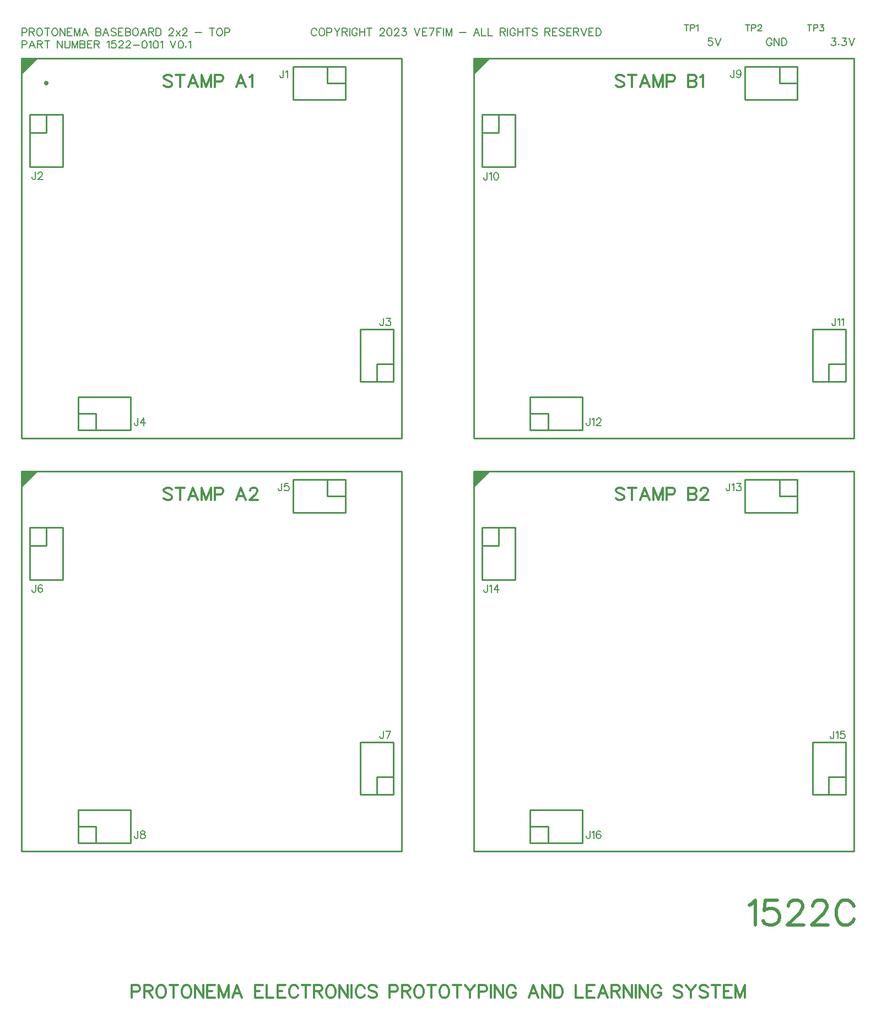
<source format=gto>
G04 Layer: TopSilkscreenLayer*
G04 EasyEDA v6.5.38, 2023-12-25 01:26:23*
G04 f1b6b75ab3be4e5890bb728668c82796,5a6b42c53f6a479593ecc07194224c93,10*
G04 Gerber Generator version 0.2*
G04 Scale: 100 percent, Rotated: No, Reflected: No *
G04 Dimensions in millimeters *
G04 leading zeros omitted , absolute positions ,4 integer and 5 decimal *
%FSLAX45Y45*%
%MOMM*%

%ADD10C,0.3000*%
%ADD11C,0.2032*%
%ADD12C,0.1524*%
%ADD13C,0.2030*%
%ADD14C,0.5000*%
%ADD15C,0.2030*%
%ADD16C,0.2540*%
%ADD17C,0.6350*%
%ADD18C,0.0153*%

%LPD*%
D10*
X9888727Y7977378D02*
G01*
X9870440Y7995665D01*
X9843261Y8004810D01*
X9806940Y8004810D01*
X9779508Y7995665D01*
X9761474Y7977378D01*
X9761474Y7959344D01*
X9770363Y7941055D01*
X9779508Y7931912D01*
X9797795Y7923021D01*
X9852406Y7904734D01*
X9870440Y7895589D01*
X9879584Y7886445D01*
X9888727Y7868412D01*
X9888727Y7840979D01*
X9870440Y7822945D01*
X9843261Y7813802D01*
X9806940Y7813802D01*
X9779508Y7822945D01*
X9761474Y7840979D01*
X10012425Y8004810D02*
G01*
X10012425Y7813802D01*
X9948672Y8004810D02*
G01*
X10075925Y8004810D01*
X10208768Y8004810D02*
G01*
X10135870Y7813802D01*
X10208768Y8004810D02*
G01*
X10281411Y7813802D01*
X10163302Y7877555D02*
G01*
X10254234Y7877555D01*
X10341356Y8004810D02*
G01*
X10341356Y7813802D01*
X10341356Y8004810D02*
G01*
X10414000Y7813802D01*
X10486897Y8004810D02*
G01*
X10414000Y7813802D01*
X10486897Y8004810D02*
G01*
X10486897Y7813802D01*
X10546841Y8004810D02*
G01*
X10546841Y7813802D01*
X10546841Y8004810D02*
G01*
X10628629Y8004810D01*
X10656061Y7995665D01*
X10664952Y7986521D01*
X10674095Y7968234D01*
X10674095Y7941055D01*
X10664952Y7923021D01*
X10656061Y7913878D01*
X10628629Y7904734D01*
X10546841Y7904734D01*
X10946891Y8004810D02*
G01*
X10874247Y7813802D01*
X10946891Y8004810D02*
G01*
X11019536Y7813802D01*
X10901425Y7877555D02*
G01*
X10992358Y7877555D01*
X11088624Y7959344D02*
G01*
X11088624Y7968234D01*
X11097768Y7986521D01*
X11106911Y7995665D01*
X11124945Y8004810D01*
X11161522Y8004810D01*
X11179556Y7995665D01*
X11188700Y7986521D01*
X11197843Y7968234D01*
X11197843Y7950200D01*
X11188700Y7931912D01*
X11170411Y7904734D01*
X11079479Y7813802D01*
X11206734Y7813802D01*
X16832834Y7977378D02*
G01*
X16814545Y7995665D01*
X16787368Y8004810D01*
X16751045Y8004810D01*
X16723613Y7995665D01*
X16705579Y7977378D01*
X16705579Y7959344D01*
X16714470Y7941055D01*
X16723613Y7931912D01*
X16741902Y7923021D01*
X16796511Y7904734D01*
X16814545Y7895589D01*
X16823690Y7886445D01*
X16832834Y7868412D01*
X16832834Y7840979D01*
X16814545Y7822945D01*
X16787368Y7813802D01*
X16751045Y7813802D01*
X16723613Y7822945D01*
X16705579Y7840979D01*
X16956531Y8004810D02*
G01*
X16956531Y7813802D01*
X16892777Y8004810D02*
G01*
X17020031Y8004810D01*
X17152874Y8004810D02*
G01*
X17079975Y7813802D01*
X17152874Y8004810D02*
G01*
X17225518Y7813802D01*
X17107408Y7877555D02*
G01*
X17198340Y7877555D01*
X17285461Y8004810D02*
G01*
X17285461Y7813802D01*
X17285461Y8004810D02*
G01*
X17358106Y7813802D01*
X17431004Y8004810D02*
G01*
X17358106Y7813802D01*
X17431004Y8004810D02*
G01*
X17431004Y7813802D01*
X17490948Y8004810D02*
G01*
X17490948Y7813802D01*
X17490948Y8004810D02*
G01*
X17572736Y8004810D01*
X17600168Y7995665D01*
X17609058Y7986521D01*
X17618202Y7968234D01*
X17618202Y7941055D01*
X17609058Y7923021D01*
X17600168Y7913878D01*
X17572736Y7904734D01*
X17490948Y7904734D01*
X17818354Y8004810D02*
G01*
X17818354Y7813802D01*
X17818354Y8004810D02*
G01*
X17900141Y8004810D01*
X17927320Y7995665D01*
X17936463Y7986521D01*
X17945608Y7968234D01*
X17945608Y7950200D01*
X17936463Y7931912D01*
X17927320Y7923021D01*
X17900141Y7913878D01*
X17818354Y7913878D02*
G01*
X17900141Y7913878D01*
X17927320Y7904734D01*
X17936463Y7895589D01*
X17945608Y7877555D01*
X17945608Y7850123D01*
X17936463Y7832089D01*
X17927320Y7822945D01*
X17900141Y7813802D01*
X17818354Y7813802D01*
X18014695Y7959344D02*
G01*
X18014695Y7968234D01*
X18023586Y7986521D01*
X18032729Y7995665D01*
X18051018Y8004810D01*
X18087340Y8004810D01*
X18105627Y7995665D01*
X18114518Y7986521D01*
X18123661Y7968234D01*
X18123661Y7950200D01*
X18114518Y7931912D01*
X18096484Y7904734D01*
X18005552Y7813802D01*
X18132806Y7813802D01*
X9271000Y354329D02*
G01*
X9271000Y163321D01*
X9271000Y354329D02*
G01*
X9352788Y354329D01*
X9379965Y345186D01*
X9389109Y336042D01*
X9398254Y317754D01*
X9398254Y290576D01*
X9389109Y272287D01*
X9379965Y263397D01*
X9352788Y254254D01*
X9271000Y254254D01*
X9458197Y354329D02*
G01*
X9458197Y163321D01*
X9458197Y354329D02*
G01*
X9539986Y354329D01*
X9567418Y345186D01*
X9576561Y336042D01*
X9585452Y317754D01*
X9585452Y299720D01*
X9576561Y281431D01*
X9567418Y272287D01*
X9539986Y263397D01*
X9458197Y263397D01*
X9521952Y263397D02*
G01*
X9585452Y163321D01*
X9700006Y354329D02*
G01*
X9681972Y345186D01*
X9663684Y326897D01*
X9654540Y308863D01*
X9645650Y281431D01*
X9645650Y235965D01*
X9654540Y208787D01*
X9663684Y190500D01*
X9681972Y172465D01*
X9700006Y163321D01*
X9736327Y163321D01*
X9754615Y172465D01*
X9772904Y190500D01*
X9781793Y208787D01*
X9790938Y235965D01*
X9790938Y281431D01*
X9781793Y308863D01*
X9772904Y326897D01*
X9754615Y345186D01*
X9736327Y354329D01*
X9700006Y354329D01*
X9914636Y354329D02*
G01*
X9914636Y163321D01*
X9850881Y354329D02*
G01*
X9978390Y354329D01*
X10092690Y354329D02*
G01*
X10074656Y345186D01*
X10056368Y326897D01*
X10047477Y308863D01*
X10038334Y281431D01*
X10038334Y235965D01*
X10047477Y208787D01*
X10056368Y190500D01*
X10074656Y172465D01*
X10092690Y163321D01*
X10129265Y163321D01*
X10147300Y172465D01*
X10165588Y190500D01*
X10174731Y208787D01*
X10183622Y235965D01*
X10183622Y281431D01*
X10174731Y308863D01*
X10165588Y326897D01*
X10147300Y345186D01*
X10129265Y354329D01*
X10092690Y354329D01*
X10243820Y354329D02*
G01*
X10243820Y163321D01*
X10243820Y354329D02*
G01*
X10371074Y163321D01*
X10371074Y354329D02*
G01*
X10371074Y163321D01*
X10431018Y354329D02*
G01*
X10431018Y163321D01*
X10431018Y354329D02*
G01*
X10549127Y354329D01*
X10431018Y263397D02*
G01*
X10503661Y263397D01*
X10431018Y163321D02*
G01*
X10549127Y163321D01*
X10609072Y354329D02*
G01*
X10609072Y163321D01*
X10609072Y354329D02*
G01*
X10681970Y163321D01*
X10754613Y354329D02*
G01*
X10681970Y163321D01*
X10754613Y354329D02*
G01*
X10754613Y163321D01*
X10887456Y354329D02*
G01*
X10814558Y163321D01*
X10887456Y354329D02*
G01*
X10960100Y163321D01*
X10841990Y226821D02*
G01*
X10932922Y226821D01*
X11159997Y354329D02*
G01*
X11159997Y163321D01*
X11159997Y354329D02*
G01*
X11278361Y354329D01*
X11159997Y263397D02*
G01*
X11232895Y263397D01*
X11159997Y163321D02*
G01*
X11278361Y163321D01*
X11338306Y354329D02*
G01*
X11338306Y163321D01*
X11338306Y163321D02*
G01*
X11447272Y163321D01*
X11507470Y354329D02*
G01*
X11507470Y163321D01*
X11507470Y354329D02*
G01*
X11625579Y354329D01*
X11507470Y263397D02*
G01*
X11580113Y263397D01*
X11507470Y163321D02*
G01*
X11625579Y163321D01*
X11821922Y308863D02*
G01*
X11812777Y326897D01*
X11794743Y345186D01*
X11776456Y354329D01*
X11740134Y354329D01*
X11721845Y345186D01*
X11703811Y326897D01*
X11694668Y308863D01*
X11685524Y281431D01*
X11685524Y235965D01*
X11694668Y208787D01*
X11703811Y190500D01*
X11721845Y172465D01*
X11740134Y163321D01*
X11776456Y163321D01*
X11794743Y172465D01*
X11812777Y190500D01*
X11821922Y208787D01*
X11945620Y354329D02*
G01*
X11945620Y163321D01*
X11881865Y354329D02*
G01*
X12009120Y354329D01*
X12069063Y354329D02*
G01*
X12069063Y163321D01*
X12069063Y354329D02*
G01*
X12151106Y354329D01*
X12178284Y345186D01*
X12187427Y336042D01*
X12196572Y317754D01*
X12196572Y299720D01*
X12187427Y281431D01*
X12178284Y272287D01*
X12151106Y263397D01*
X12069063Y263397D01*
X12132818Y263397D02*
G01*
X12196572Y163321D01*
X12310872Y354329D02*
G01*
X12292838Y345186D01*
X12274550Y326897D01*
X12265659Y308863D01*
X12256515Y281431D01*
X12256515Y235965D01*
X12265659Y208787D01*
X12274550Y190500D01*
X12292838Y172465D01*
X12310872Y163321D01*
X12347447Y163321D01*
X12365481Y172465D01*
X12383770Y190500D01*
X12392913Y208787D01*
X12401804Y235965D01*
X12401804Y281431D01*
X12392913Y308863D01*
X12383770Y326897D01*
X12365481Y345186D01*
X12347447Y354329D01*
X12310872Y354329D01*
X12462002Y354329D02*
G01*
X12462002Y163321D01*
X12462002Y354329D02*
G01*
X12589256Y163321D01*
X12589256Y354329D02*
G01*
X12589256Y163321D01*
X12649200Y354329D02*
G01*
X12649200Y163321D01*
X12845541Y308863D02*
G01*
X12836397Y326897D01*
X12818363Y345186D01*
X12800075Y354329D01*
X12763754Y354329D01*
X12745465Y345186D01*
X12727431Y326897D01*
X12718288Y308863D01*
X12709143Y281431D01*
X12709143Y235965D01*
X12718288Y208787D01*
X12727431Y190500D01*
X12745465Y172465D01*
X12763754Y163321D01*
X12800075Y163321D01*
X12818363Y172465D01*
X12836397Y190500D01*
X12845541Y208787D01*
X13032740Y326897D02*
G01*
X13014706Y345186D01*
X12987274Y354329D01*
X12950952Y354329D01*
X12923774Y345186D01*
X12905486Y326897D01*
X12905486Y308863D01*
X12914629Y290576D01*
X12923774Y281431D01*
X12941808Y272287D01*
X12996418Y254254D01*
X13014706Y245110D01*
X13023595Y235965D01*
X13032740Y217931D01*
X13032740Y190500D01*
X13014706Y172465D01*
X12987274Y163321D01*
X12950952Y163321D01*
X12923774Y172465D01*
X12905486Y190500D01*
X13232891Y354329D02*
G01*
X13232891Y163321D01*
X13232891Y354329D02*
G01*
X13314679Y354329D01*
X13341858Y345186D01*
X13351002Y336042D01*
X13360145Y317754D01*
X13360145Y290576D01*
X13351002Y272287D01*
X13341858Y263397D01*
X13314679Y254254D01*
X13232891Y254254D01*
X13420090Y354329D02*
G01*
X13420090Y163321D01*
X13420090Y354329D02*
G01*
X13501877Y354329D01*
X13529056Y345186D01*
X13538200Y336042D01*
X13547343Y317754D01*
X13547343Y299720D01*
X13538200Y281431D01*
X13529056Y272287D01*
X13501877Y263397D01*
X13420090Y263397D01*
X13483843Y263397D02*
G01*
X13547343Y163321D01*
X13661897Y354329D02*
G01*
X13643609Y345186D01*
X13625575Y326897D01*
X13616431Y308863D01*
X13607288Y281431D01*
X13607288Y235965D01*
X13616431Y208787D01*
X13625575Y190500D01*
X13643609Y172465D01*
X13661897Y163321D01*
X13698220Y163321D01*
X13716508Y172465D01*
X13734541Y190500D01*
X13743686Y208787D01*
X13752829Y235965D01*
X13752829Y281431D01*
X13743686Y308863D01*
X13734541Y326897D01*
X13716508Y345186D01*
X13698220Y354329D01*
X13661897Y354329D01*
X13876527Y354329D02*
G01*
X13876527Y163321D01*
X13812774Y354329D02*
G01*
X13940027Y354329D01*
X14054581Y354329D02*
G01*
X14036547Y345186D01*
X14018259Y326897D01*
X14009116Y308863D01*
X13999972Y281431D01*
X13999972Y235965D01*
X14009116Y208787D01*
X14018259Y190500D01*
X14036547Y172465D01*
X14054581Y163321D01*
X14090904Y163321D01*
X14109191Y172465D01*
X14127479Y190500D01*
X14136370Y208787D01*
X14145513Y235965D01*
X14145513Y281431D01*
X14136370Y308863D01*
X14127479Y326897D01*
X14109191Y345186D01*
X14090904Y354329D01*
X14054581Y354329D01*
X14269211Y354329D02*
G01*
X14269211Y163321D01*
X14205458Y354329D02*
G01*
X14332711Y354329D01*
X14392909Y354329D02*
G01*
X14465554Y263397D01*
X14465554Y163321D01*
X14538197Y354329D02*
G01*
X14465554Y263397D01*
X14598141Y354329D02*
G01*
X14598141Y163321D01*
X14598141Y354329D02*
G01*
X14680184Y354329D01*
X14707361Y345186D01*
X14716506Y336042D01*
X14725650Y317754D01*
X14725650Y290576D01*
X14716506Y272287D01*
X14707361Y263397D01*
X14680184Y254254D01*
X14598141Y254254D01*
X14785593Y354329D02*
G01*
X14785593Y163321D01*
X14845538Y354329D02*
G01*
X14845538Y163321D01*
X14845538Y354329D02*
G01*
X14972791Y163321D01*
X14972791Y354329D02*
G01*
X14972791Y163321D01*
X15169134Y308863D02*
G01*
X15159990Y326897D01*
X15141956Y345186D01*
X15123668Y354329D01*
X15087345Y354329D01*
X15069058Y345186D01*
X15051024Y326897D01*
X15041879Y308863D01*
X15032736Y281431D01*
X15032736Y235965D01*
X15041879Y208787D01*
X15051024Y190500D01*
X15069058Y172465D01*
X15087345Y163321D01*
X15123668Y163321D01*
X15141956Y172465D01*
X15159990Y190500D01*
X15169134Y208787D01*
X15169134Y235965D01*
X15123668Y235965D02*
G01*
X15169134Y235965D01*
X15441929Y354329D02*
G01*
X15369286Y163321D01*
X15441929Y354329D02*
G01*
X15514574Y163321D01*
X15396463Y226821D02*
G01*
X15487395Y226821D01*
X15574518Y354329D02*
G01*
X15574518Y163321D01*
X15574518Y354329D02*
G01*
X15701772Y163321D01*
X15701772Y354329D02*
G01*
X15701772Y163321D01*
X15761970Y354329D02*
G01*
X15761970Y163321D01*
X15761970Y354329D02*
G01*
X15825470Y354329D01*
X15852902Y345186D01*
X15870936Y326897D01*
X15880079Y308863D01*
X15889224Y281431D01*
X15889224Y235965D01*
X15880079Y208787D01*
X15870936Y190500D01*
X15852902Y172465D01*
X15825470Y163321D01*
X15761970Y163321D01*
X16089122Y354329D02*
G01*
X16089122Y163321D01*
X16089122Y163321D02*
G01*
X16198341Y163321D01*
X16258286Y354329D02*
G01*
X16258286Y163321D01*
X16258286Y354329D02*
G01*
X16376395Y354329D01*
X16258286Y263397D02*
G01*
X16330929Y263397D01*
X16258286Y163321D02*
G01*
X16376395Y163321D01*
X16509238Y354329D02*
G01*
X16436340Y163321D01*
X16509238Y354329D02*
G01*
X16581881Y163321D01*
X16463772Y226821D02*
G01*
X16554704Y226821D01*
X16641825Y354329D02*
G01*
X16641825Y163321D01*
X16641825Y354329D02*
G01*
X16723613Y354329D01*
X16751045Y345186D01*
X16760190Y336042D01*
X16769079Y317754D01*
X16769079Y299720D01*
X16760190Y281431D01*
X16751045Y272287D01*
X16723613Y263397D01*
X16641825Y263397D01*
X16705579Y263397D02*
G01*
X16769079Y163321D01*
X16829277Y354329D02*
G01*
X16829277Y163321D01*
X16829277Y354329D02*
G01*
X16956531Y163321D01*
X16956531Y354329D02*
G01*
X16956531Y163321D01*
X17016475Y354329D02*
G01*
X17016475Y163321D01*
X17076420Y354329D02*
G01*
X17076420Y163321D01*
X17076420Y354329D02*
G01*
X17203674Y163321D01*
X17203674Y354329D02*
G01*
X17203674Y163321D01*
X17400016Y308863D02*
G01*
X17390872Y326897D01*
X17372838Y345186D01*
X17354550Y354329D01*
X17318227Y354329D01*
X17300193Y345186D01*
X17281906Y326897D01*
X17272761Y308863D01*
X17263618Y281431D01*
X17263618Y235965D01*
X17272761Y208787D01*
X17281906Y190500D01*
X17300193Y172465D01*
X17318227Y163321D01*
X17354550Y163321D01*
X17372838Y172465D01*
X17390872Y190500D01*
X17400016Y208787D01*
X17400016Y235965D01*
X17354550Y235965D02*
G01*
X17400016Y235965D01*
X17727422Y326897D02*
G01*
X17709134Y345186D01*
X17681956Y354329D01*
X17645634Y354329D01*
X17618202Y345186D01*
X17600168Y326897D01*
X17600168Y308863D01*
X17609058Y290576D01*
X17618202Y281431D01*
X17636490Y272287D01*
X17691100Y254254D01*
X17709134Y245110D01*
X17718277Y235965D01*
X17727422Y217931D01*
X17727422Y190500D01*
X17709134Y172465D01*
X17681956Y163321D01*
X17645634Y163321D01*
X17618202Y172465D01*
X17600168Y190500D01*
X17787366Y354329D02*
G01*
X17860009Y263397D01*
X17860009Y163321D01*
X17932908Y354329D02*
G01*
X17860009Y263397D01*
X18120106Y326897D02*
G01*
X18101818Y345186D01*
X18074640Y354329D01*
X18038318Y354329D01*
X18010886Y345186D01*
X17992852Y326897D01*
X17992852Y308863D01*
X18001995Y290576D01*
X18010886Y281431D01*
X18029174Y272287D01*
X18083784Y254254D01*
X18101818Y245110D01*
X18110961Y235965D01*
X18120106Y217931D01*
X18120106Y190500D01*
X18101818Y172465D01*
X18074640Y163321D01*
X18038318Y163321D01*
X18010886Y172465D01*
X17992852Y190500D01*
X18243804Y354329D02*
G01*
X18243804Y163321D01*
X18180050Y354329D02*
G01*
X18307304Y354329D01*
X18367248Y354329D02*
G01*
X18367248Y163321D01*
X18367248Y354329D02*
G01*
X18485611Y354329D01*
X18367248Y263397D02*
G01*
X18440145Y263397D01*
X18367248Y163321D02*
G01*
X18485611Y163321D01*
X18545556Y354329D02*
G01*
X18545556Y163321D01*
X18545556Y354329D02*
G01*
X18618200Y163321D01*
X18691098Y354329D02*
G01*
X18618200Y163321D01*
X18691098Y354329D02*
G01*
X18691098Y163321D01*
D11*
X7788732Y12859232D02*
G01*
X7788732Y12771856D01*
X7783398Y12755600D01*
X7777810Y12750012D01*
X7767142Y12744678D01*
X7756220Y12744678D01*
X7745298Y12750012D01*
X7739710Y12755600D01*
X7734376Y12771856D01*
X7734376Y12782778D01*
X7830388Y12831800D02*
G01*
X7830388Y12837388D01*
X7835722Y12848310D01*
X7841310Y12853644D01*
X7852232Y12859232D01*
X7873822Y12859232D01*
X7884744Y12853644D01*
X7890332Y12848310D01*
X7895666Y12837388D01*
X7895666Y12826466D01*
X7890332Y12815544D01*
X7879410Y12799288D01*
X7824800Y12744678D01*
X7901254Y12744678D01*
D12*
X20026137Y14916657D02*
G01*
X20086081Y14916657D01*
X20053315Y14872970D01*
X20069825Y14872970D01*
X20080747Y14867381D01*
X20086081Y14862047D01*
X20091669Y14845792D01*
X20091669Y14834870D01*
X20086081Y14818360D01*
X20075159Y14807437D01*
X20058903Y14802104D01*
X20042393Y14802104D01*
X20026137Y14807437D01*
X20020549Y14813026D01*
X20015215Y14823947D01*
X20133071Y14829281D02*
G01*
X20127483Y14823947D01*
X20133071Y14818360D01*
X20138405Y14823947D01*
X20133071Y14829281D01*
X20185395Y14916657D02*
G01*
X20245339Y14916657D01*
X20212573Y14872970D01*
X20229083Y14872970D01*
X20240005Y14867381D01*
X20245339Y14862047D01*
X20250927Y14845792D01*
X20250927Y14834870D01*
X20245339Y14818360D01*
X20234417Y14807437D01*
X20218161Y14802104D01*
X20201651Y14802104D01*
X20185395Y14807437D01*
X20179807Y14813026D01*
X20174473Y14823947D01*
X20286741Y14916657D02*
G01*
X20330429Y14802104D01*
X20374117Y14916657D02*
G01*
X20330429Y14802104D01*
X19683737Y15124937D02*
G01*
X19683737Y15029434D01*
X19651733Y15124937D02*
G01*
X19715487Y15124937D01*
X19745459Y15124937D02*
G01*
X19745459Y15029434D01*
X19745459Y15124937D02*
G01*
X19786353Y15124937D01*
X19800069Y15120366D01*
X19804641Y15115794D01*
X19809213Y15106904D01*
X19809213Y15093187D01*
X19804641Y15084044D01*
X19800069Y15079471D01*
X19786353Y15074900D01*
X19745459Y15074900D01*
X19848329Y15124937D02*
G01*
X19898113Y15124937D01*
X19870935Y15088616D01*
X19884651Y15088616D01*
X19893795Y15084044D01*
X19898113Y15079471D01*
X19902685Y15066010D01*
X19902685Y15056866D01*
X19898113Y15043150D01*
X19889223Y15034005D01*
X19875507Y15029434D01*
X19861791Y15029434D01*
X19848329Y15034005D01*
X19843757Y15038578D01*
X19839185Y15047721D01*
X18731237Y15124937D02*
G01*
X18731237Y15029434D01*
X18699233Y15124937D02*
G01*
X18762987Y15124937D01*
X18792959Y15124937D02*
G01*
X18792959Y15029434D01*
X18792959Y15124937D02*
G01*
X18833853Y15124937D01*
X18847569Y15120366D01*
X18852141Y15115794D01*
X18856713Y15106904D01*
X18856713Y15093187D01*
X18852141Y15084044D01*
X18847569Y15079471D01*
X18833853Y15074900D01*
X18792959Y15074900D01*
X18891257Y15102331D02*
G01*
X18891257Y15106904D01*
X18895829Y15115794D01*
X18900147Y15120366D01*
X18909291Y15124937D01*
X18927579Y15124937D01*
X18936723Y15120366D01*
X18941295Y15115794D01*
X18945613Y15106904D01*
X18945613Y15097760D01*
X18941295Y15088616D01*
X18932151Y15074900D01*
X18886685Y15029434D01*
X18950185Y15029434D01*
X19106522Y14889226D02*
G01*
X19100934Y14900147D01*
X19090012Y14911070D01*
X19079090Y14916657D01*
X19057246Y14916657D01*
X19046324Y14911070D01*
X19035402Y14900147D01*
X19030068Y14889226D01*
X19024480Y14872970D01*
X19024480Y14845792D01*
X19030068Y14829281D01*
X19035402Y14818360D01*
X19046324Y14807437D01*
X19057246Y14802104D01*
X19079090Y14802104D01*
X19090012Y14807437D01*
X19100934Y14818360D01*
X19106522Y14829281D01*
X19106522Y14845792D01*
X19079090Y14845792D02*
G01*
X19106522Y14845792D01*
X19142336Y14916657D02*
G01*
X19142336Y14802104D01*
X19142336Y14916657D02*
G01*
X19218790Y14802104D01*
X19218790Y14916657D02*
G01*
X19218790Y14802104D01*
X19254858Y14916657D02*
G01*
X19254858Y14802104D01*
X19254858Y14916657D02*
G01*
X19292958Y14916657D01*
X19309214Y14911070D01*
X19320136Y14900147D01*
X19325724Y14889226D01*
X19331058Y14872970D01*
X19331058Y14845792D01*
X19325724Y14829281D01*
X19320136Y14818360D01*
X19309214Y14807437D01*
X19292958Y14802104D01*
X19254858Y14802104D01*
X18188431Y14916657D02*
G01*
X18133822Y14916657D01*
X18128234Y14867381D01*
X18133822Y14872970D01*
X18150077Y14878304D01*
X18166588Y14878304D01*
X18182843Y14872970D01*
X18193766Y14862047D01*
X18199354Y14845792D01*
X18199354Y14834870D01*
X18193766Y14818360D01*
X18182843Y14807437D01*
X18166588Y14802104D01*
X18150077Y14802104D01*
X18133822Y14807437D01*
X18128234Y14813026D01*
X18122900Y14823947D01*
X18235168Y14916657D02*
G01*
X18278856Y14802104D01*
X18322543Y14916657D02*
G01*
X18278856Y14802104D01*
X17791302Y15124937D02*
G01*
X17791302Y15029434D01*
X17759552Y15124937D02*
G01*
X17823306Y15124937D01*
X17853279Y15124937D02*
G01*
X17853279Y15029434D01*
X17853279Y15124937D02*
G01*
X17894173Y15124937D01*
X17907634Y15120366D01*
X17912206Y15115794D01*
X17916779Y15106904D01*
X17916779Y15093187D01*
X17912206Y15084044D01*
X17907634Y15079471D01*
X17894173Y15074900D01*
X17853279Y15074900D01*
X17946750Y15106904D02*
G01*
X17955895Y15111476D01*
X17969611Y15124937D01*
X17969611Y15029434D01*
D10*
X16832834Y14327378D02*
G01*
X16814545Y14345666D01*
X16787368Y14354810D01*
X16751045Y14354810D01*
X16723613Y14345666D01*
X16705579Y14327378D01*
X16705579Y14309344D01*
X16714470Y14291055D01*
X16723613Y14281912D01*
X16741902Y14273021D01*
X16796511Y14254734D01*
X16814545Y14245589D01*
X16823690Y14236445D01*
X16832834Y14218412D01*
X16832834Y14190979D01*
X16814545Y14172945D01*
X16787368Y14163802D01*
X16751045Y14163802D01*
X16723613Y14172945D01*
X16705579Y14190979D01*
X16956531Y14354810D02*
G01*
X16956531Y14163802D01*
X16892777Y14354810D02*
G01*
X17020031Y14354810D01*
X17152874Y14354810D02*
G01*
X17079975Y14163802D01*
X17152874Y14354810D02*
G01*
X17225518Y14163802D01*
X17107408Y14227555D02*
G01*
X17198340Y14227555D01*
X17285461Y14354810D02*
G01*
X17285461Y14163802D01*
X17285461Y14354810D02*
G01*
X17358106Y14163802D01*
X17431004Y14354810D02*
G01*
X17358106Y14163802D01*
X17431004Y14354810D02*
G01*
X17431004Y14163802D01*
X17490948Y14354810D02*
G01*
X17490948Y14163802D01*
X17490948Y14354810D02*
G01*
X17572736Y14354810D01*
X17600168Y14345666D01*
X17609058Y14336521D01*
X17618202Y14318234D01*
X17618202Y14291055D01*
X17609058Y14273021D01*
X17600168Y14263878D01*
X17572736Y14254734D01*
X17490948Y14254734D01*
X17818354Y14354810D02*
G01*
X17818354Y14163802D01*
X17818354Y14354810D02*
G01*
X17900141Y14354810D01*
X17927320Y14345666D01*
X17936463Y14336521D01*
X17945608Y14318234D01*
X17945608Y14300200D01*
X17936463Y14281912D01*
X17927320Y14273021D01*
X17900141Y14263878D01*
X17818354Y14263878D02*
G01*
X17900141Y14263878D01*
X17927320Y14254734D01*
X17936463Y14245589D01*
X17945608Y14227555D01*
X17945608Y14200124D01*
X17936463Y14182089D01*
X17927320Y14172945D01*
X17900141Y14163802D01*
X17818354Y14163802D01*
X18005552Y14318234D02*
G01*
X18023586Y14327378D01*
X18051018Y14354810D01*
X18051018Y14163802D01*
X9888727Y14327378D02*
G01*
X9870440Y14345666D01*
X9843261Y14354810D01*
X9806940Y14354810D01*
X9779508Y14345666D01*
X9761474Y14327378D01*
X9761474Y14309344D01*
X9770363Y14291055D01*
X9779508Y14281912D01*
X9797795Y14273021D01*
X9852406Y14254734D01*
X9870440Y14245589D01*
X9879584Y14236445D01*
X9888727Y14218412D01*
X9888727Y14190979D01*
X9870440Y14172945D01*
X9843261Y14163802D01*
X9806940Y14163802D01*
X9779508Y14172945D01*
X9761474Y14190979D01*
X10012425Y14354810D02*
G01*
X10012425Y14163802D01*
X9948672Y14354810D02*
G01*
X10075925Y14354810D01*
X10208768Y14354810D02*
G01*
X10135870Y14163802D01*
X10208768Y14354810D02*
G01*
X10281411Y14163802D01*
X10163302Y14227555D02*
G01*
X10254234Y14227555D01*
X10341356Y14354810D02*
G01*
X10341356Y14163802D01*
X10341356Y14354810D02*
G01*
X10414000Y14163802D01*
X10486897Y14354810D02*
G01*
X10414000Y14163802D01*
X10486897Y14354810D02*
G01*
X10486897Y14163802D01*
X10546841Y14354810D02*
G01*
X10546841Y14163802D01*
X10546841Y14354810D02*
G01*
X10628629Y14354810D01*
X10656061Y14345666D01*
X10664952Y14336521D01*
X10674095Y14318234D01*
X10674095Y14291055D01*
X10664952Y14273021D01*
X10656061Y14263878D01*
X10628629Y14254734D01*
X10546841Y14254734D01*
X10946891Y14354810D02*
G01*
X10874247Y14163802D01*
X10946891Y14354810D02*
G01*
X11019536Y14163802D01*
X10901425Y14227555D02*
G01*
X10992358Y14227555D01*
X11079479Y14318234D02*
G01*
X11097768Y14327378D01*
X11124945Y14354810D01*
X11124945Y14163802D01*
D13*
X12108688Y15041626D02*
G01*
X12103354Y15052547D01*
X12092431Y15063470D01*
X12081509Y15069057D01*
X12059665Y15069057D01*
X12048743Y15063470D01*
X12037822Y15052547D01*
X12032234Y15041626D01*
X12026900Y15025370D01*
X12026900Y14998192D01*
X12032234Y14981681D01*
X12037822Y14970760D01*
X12048743Y14959837D01*
X12059665Y14954504D01*
X12081509Y14954504D01*
X12092431Y14959837D01*
X12103354Y14970760D01*
X12108688Y14981681D01*
X12177522Y15069057D02*
G01*
X12166600Y15063470D01*
X12155677Y15052547D01*
X12150090Y15041626D01*
X12144756Y15025370D01*
X12144756Y14998192D01*
X12150090Y14981681D01*
X12155677Y14970760D01*
X12166600Y14959837D01*
X12177522Y14954504D01*
X12199365Y14954504D01*
X12210288Y14959837D01*
X12220956Y14970760D01*
X12226543Y14981681D01*
X12231877Y14998192D01*
X12231877Y15025370D01*
X12226543Y15041626D01*
X12220956Y15052547D01*
X12210288Y15063470D01*
X12199365Y15069057D01*
X12177522Y15069057D01*
X12267945Y15069057D02*
G01*
X12267945Y14954504D01*
X12267945Y15069057D02*
G01*
X12316968Y15069057D01*
X12333477Y15063470D01*
X12338811Y15058136D01*
X12344400Y15047213D01*
X12344400Y15030704D01*
X12338811Y15019781D01*
X12333477Y15014447D01*
X12316968Y15009113D01*
X12267945Y15009113D01*
X12380468Y15069057D02*
G01*
X12423902Y15014447D01*
X12423902Y14954504D01*
X12467590Y15069057D02*
G01*
X12423902Y15014447D01*
X12503658Y15069057D02*
G01*
X12503658Y14954504D01*
X12503658Y15069057D02*
G01*
X12552679Y15069057D01*
X12569190Y15063470D01*
X12574524Y15058136D01*
X12580111Y15047213D01*
X12580111Y15036292D01*
X12574524Y15025370D01*
X12569190Y15019781D01*
X12552679Y15014447D01*
X12503658Y15014447D01*
X12541758Y15014447D02*
G01*
X12580111Y14954504D01*
X12615925Y15069057D02*
G01*
X12615925Y14954504D01*
X12733781Y15041626D02*
G01*
X12728447Y15052547D01*
X12717525Y15063470D01*
X12706604Y15069057D01*
X12684759Y15069057D01*
X12673838Y15063470D01*
X12662915Y15052547D01*
X12657327Y15041626D01*
X12651993Y15025370D01*
X12651993Y14998192D01*
X12657327Y14981681D01*
X12662915Y14970760D01*
X12673838Y14959837D01*
X12684759Y14954504D01*
X12706604Y14954504D01*
X12717525Y14959837D01*
X12728447Y14970760D01*
X12733781Y14981681D01*
X12733781Y14998192D01*
X12706604Y14998192D02*
G01*
X12733781Y14998192D01*
X12769850Y15069057D02*
G01*
X12769850Y14954504D01*
X12846050Y15069057D02*
G01*
X12846050Y14954504D01*
X12769850Y15014447D02*
G01*
X12846050Y15014447D01*
X12920472Y15069057D02*
G01*
X12920472Y14954504D01*
X12882118Y15069057D02*
G01*
X12958572Y15069057D01*
X13084047Y15041626D02*
G01*
X13084047Y15047213D01*
X13089381Y15058136D01*
X13094970Y15063470D01*
X13105891Y15069057D01*
X13127736Y15069057D01*
X13138658Y15063470D01*
X13143991Y15058136D01*
X13149325Y15047213D01*
X13149325Y15036292D01*
X13143991Y15025370D01*
X13133070Y15009113D01*
X13078459Y14954504D01*
X13154913Y14954504D01*
X13223747Y15069057D02*
G01*
X13207238Y15063470D01*
X13196316Y15047213D01*
X13190981Y15019781D01*
X13190981Y15003526D01*
X13196316Y14976347D01*
X13207238Y14959837D01*
X13223747Y14954504D01*
X13234416Y14954504D01*
X13250925Y14959837D01*
X13261847Y14976347D01*
X13267181Y15003526D01*
X13267181Y15019781D01*
X13261847Y15047213D01*
X13250925Y15063470D01*
X13234416Y15069057D01*
X13223747Y15069057D01*
X13308838Y15041626D02*
G01*
X13308838Y15047213D01*
X13314172Y15058136D01*
X13319506Y15063470D01*
X13330427Y15069057D01*
X13352272Y15069057D01*
X13363193Y15063470D01*
X13368781Y15058136D01*
X13374116Y15047213D01*
X13374116Y15036292D01*
X13368781Y15025370D01*
X13357859Y15009113D01*
X13303250Y14954504D01*
X13379704Y14954504D01*
X13426440Y15069057D02*
G01*
X13486638Y15069057D01*
X13453872Y15025370D01*
X13470127Y15025370D01*
X13481050Y15019781D01*
X13486638Y15014447D01*
X13491972Y14998192D01*
X13491972Y14987270D01*
X13486638Y14970760D01*
X13475716Y14959837D01*
X13459206Y14954504D01*
X13442950Y14954504D01*
X13426440Y14959837D01*
X13421106Y14965426D01*
X13415518Y14976347D01*
X13612113Y15069057D02*
G01*
X13655547Y14954504D01*
X13699236Y15069057D02*
G01*
X13655547Y14954504D01*
X13735304Y15069057D02*
G01*
X13735304Y14954504D01*
X13735304Y15069057D02*
G01*
X13806170Y15069057D01*
X13735304Y15014447D02*
G01*
X13778991Y15014447D01*
X13735304Y14954504D02*
G01*
X13806170Y14954504D01*
X13918438Y15069057D02*
G01*
X13864081Y14954504D01*
X13842238Y15069057D02*
G01*
X13918438Y15069057D01*
X13954506Y15069057D02*
G01*
X13954506Y14954504D01*
X13954506Y15069057D02*
G01*
X14025372Y15069057D01*
X13954506Y15014447D02*
G01*
X13998193Y15014447D01*
X14061440Y15069057D02*
G01*
X14061440Y14954504D01*
X14097508Y15069057D02*
G01*
X14097508Y14954504D01*
X14097508Y15069057D02*
G01*
X14141195Y14954504D01*
X14184629Y15069057D02*
G01*
X14141195Y14954504D01*
X14184629Y15069057D02*
G01*
X14184629Y14954504D01*
X14304772Y15003526D02*
G01*
X14402816Y15003526D01*
X14566645Y15069057D02*
G01*
X14522958Y14954504D01*
X14566645Y15069057D02*
G01*
X14610079Y14954504D01*
X14539213Y14992604D02*
G01*
X14593824Y14992604D01*
X14646147Y15069057D02*
G01*
X14646147Y14954504D01*
X14646147Y14954504D02*
G01*
X14711679Y14954504D01*
X14747747Y15069057D02*
G01*
X14747747Y14954504D01*
X14747747Y14954504D02*
G01*
X14813025Y14954504D01*
X14933168Y15069057D02*
G01*
X14933168Y14954504D01*
X14933168Y15069057D02*
G01*
X14982190Y15069057D01*
X14998445Y15063470D01*
X15004034Y15058136D01*
X15009368Y15047213D01*
X15009368Y15036292D01*
X15004034Y15025370D01*
X14998445Y15019781D01*
X14982190Y15014447D01*
X14933168Y15014447D01*
X14971268Y15014447D02*
G01*
X15009368Y14954504D01*
X15045436Y15069057D02*
G01*
X15045436Y14954504D01*
X15163291Y15041626D02*
G01*
X15157704Y15052547D01*
X15146781Y15063470D01*
X15135859Y15069057D01*
X15114270Y15069057D01*
X15103347Y15063470D01*
X15092425Y15052547D01*
X15086838Y15041626D01*
X15081504Y15025370D01*
X15081504Y14998192D01*
X15086838Y14981681D01*
X15092425Y14970760D01*
X15103347Y14959837D01*
X15114270Y14954504D01*
X15135859Y14954504D01*
X15146781Y14959837D01*
X15157704Y14970760D01*
X15163291Y14981681D01*
X15163291Y14998192D01*
X15135859Y14998192D02*
G01*
X15163291Y14998192D01*
X15199359Y15069057D02*
G01*
X15199359Y14954504D01*
X15275559Y15069057D02*
G01*
X15275559Y14954504D01*
X15199359Y15014447D02*
G01*
X15275559Y15014447D01*
X15349727Y15069057D02*
G01*
X15349727Y14954504D01*
X15311627Y15069057D02*
G01*
X15388081Y15069057D01*
X15500350Y15052547D02*
G01*
X15489427Y15063470D01*
X15473172Y15069057D01*
X15451327Y15069057D01*
X15434818Y15063470D01*
X15423895Y15052547D01*
X15423895Y15041626D01*
X15429484Y15030704D01*
X15434818Y15025370D01*
X15445740Y15019781D01*
X15478506Y15009113D01*
X15489427Y15003526D01*
X15495016Y14998192D01*
X15500350Y14987270D01*
X15500350Y14970760D01*
X15489427Y14959837D01*
X15473172Y14954504D01*
X15451327Y14954504D01*
X15434818Y14959837D01*
X15423895Y14970760D01*
X15620238Y15069057D02*
G01*
X15620238Y14954504D01*
X15620238Y15069057D02*
G01*
X15669513Y15069057D01*
X15685770Y15063470D01*
X15691358Y15058136D01*
X15696691Y15047213D01*
X15696691Y15036292D01*
X15691358Y15025370D01*
X15685770Y15019781D01*
X15669513Y15014447D01*
X15620238Y15014447D01*
X15658591Y15014447D02*
G01*
X15696691Y14954504D01*
X15732759Y15069057D02*
G01*
X15732759Y14954504D01*
X15732759Y15069057D02*
G01*
X15803625Y15069057D01*
X15732759Y15014447D02*
G01*
X15776447Y15014447D01*
X15732759Y14954504D02*
G01*
X15803625Y14954504D01*
X15915893Y15052547D02*
G01*
X15904972Y15063470D01*
X15888716Y15069057D01*
X15866872Y15069057D01*
X15850616Y15063470D01*
X15839693Y15052547D01*
X15839693Y15041626D01*
X15845027Y15030704D01*
X15850616Y15025370D01*
X15861538Y15019781D01*
X15894050Y15009113D01*
X15904972Y15003526D01*
X15910559Y14998192D01*
X15915893Y14987270D01*
X15915893Y14970760D01*
X15904972Y14959837D01*
X15888716Y14954504D01*
X15866872Y14954504D01*
X15850616Y14959837D01*
X15839693Y14970760D01*
X15951961Y15069057D02*
G01*
X15951961Y14954504D01*
X15951961Y15069057D02*
G01*
X16022827Y15069057D01*
X15951961Y15014447D02*
G01*
X15995650Y15014447D01*
X15951961Y14954504D02*
G01*
X16022827Y14954504D01*
X16058895Y15069057D02*
G01*
X16058895Y14954504D01*
X16058895Y15069057D02*
G01*
X16107918Y15069057D01*
X16124427Y15063470D01*
X16129761Y15058136D01*
X16135350Y15047213D01*
X16135350Y15036292D01*
X16129761Y15025370D01*
X16124427Y15019781D01*
X16107918Y15014447D01*
X16058895Y15014447D01*
X16096995Y15014447D02*
G01*
X16135350Y14954504D01*
X16171163Y15069057D02*
G01*
X16214852Y14954504D01*
X16258540Y15069057D02*
G01*
X16214852Y14954504D01*
X16294608Y15069057D02*
G01*
X16294608Y14954504D01*
X16294608Y15069057D02*
G01*
X16365474Y15069057D01*
X16294608Y15014447D02*
G01*
X16338041Y15014447D01*
X16294608Y14954504D02*
G01*
X16365474Y14954504D01*
X16401541Y15069057D02*
G01*
X16401541Y14954504D01*
X16401541Y15069057D02*
G01*
X16439641Y15069057D01*
X16455897Y15063470D01*
X16466820Y15052547D01*
X16472408Y15041626D01*
X16477741Y15025370D01*
X16477741Y14998192D01*
X16472408Y14981681D01*
X16466820Y14970760D01*
X16455897Y14959837D01*
X16439641Y14954504D01*
X16401541Y14954504D01*
D11*
X7581900Y14878557D02*
G01*
X7581900Y14764004D01*
X7581900Y14878557D02*
G01*
X7630922Y14878557D01*
X7647431Y14872970D01*
X7652765Y14867636D01*
X7658354Y14856713D01*
X7658354Y14840204D01*
X7652765Y14829281D01*
X7647431Y14823947D01*
X7630922Y14818613D01*
X7581900Y14818613D01*
X7737856Y14878557D02*
G01*
X7694168Y14764004D01*
X7737856Y14878557D02*
G01*
X7781543Y14764004D01*
X7710677Y14802104D02*
G01*
X7765288Y14802104D01*
X7817611Y14878557D02*
G01*
X7817611Y14764004D01*
X7817611Y14878557D02*
G01*
X7866634Y14878557D01*
X7882890Y14872970D01*
X7888477Y14867636D01*
X7893811Y14856713D01*
X7893811Y14845792D01*
X7888477Y14834870D01*
X7882890Y14829281D01*
X7866634Y14823947D01*
X7817611Y14823947D01*
X7855711Y14823947D02*
G01*
X7893811Y14764004D01*
X7967979Y14878557D02*
G01*
X7967979Y14764004D01*
X7929879Y14878557D02*
G01*
X8006334Y14878557D01*
X8126222Y14878557D02*
G01*
X8126222Y14764004D01*
X8126222Y14878557D02*
G01*
X8202675Y14764004D01*
X8202675Y14878557D02*
G01*
X8202675Y14764004D01*
X8238743Y14878557D02*
G01*
X8238743Y14796770D01*
X8244077Y14780260D01*
X8255000Y14769337D01*
X8271256Y14764004D01*
X8282177Y14764004D01*
X8298688Y14769337D01*
X8309609Y14780260D01*
X8314943Y14796770D01*
X8314943Y14878557D01*
X8351011Y14878557D02*
G01*
X8351011Y14764004D01*
X8351011Y14878557D02*
G01*
X8394700Y14764004D01*
X8438388Y14878557D02*
G01*
X8394700Y14764004D01*
X8438388Y14878557D02*
G01*
X8438388Y14764004D01*
X8474202Y14878557D02*
G01*
X8474202Y14764004D01*
X8474202Y14878557D02*
G01*
X8523477Y14878557D01*
X8539734Y14872970D01*
X8545068Y14867636D01*
X8550656Y14856713D01*
X8550656Y14845792D01*
X8545068Y14834870D01*
X8539734Y14829281D01*
X8523477Y14823947D01*
X8474202Y14823947D02*
G01*
X8523477Y14823947D01*
X8539734Y14818613D01*
X8545068Y14813026D01*
X8550656Y14802104D01*
X8550656Y14785847D01*
X8545068Y14774926D01*
X8539734Y14769337D01*
X8523477Y14764004D01*
X8474202Y14764004D01*
X8586724Y14878557D02*
G01*
X8586724Y14764004D01*
X8586724Y14878557D02*
G01*
X8657590Y14878557D01*
X8586724Y14823947D02*
G01*
X8630158Y14823947D01*
X8586724Y14764004D02*
G01*
X8657590Y14764004D01*
X8693658Y14878557D02*
G01*
X8693658Y14764004D01*
X8693658Y14878557D02*
G01*
X8742679Y14878557D01*
X8758936Y14872970D01*
X8764524Y14867636D01*
X8769858Y14856713D01*
X8769858Y14845792D01*
X8764524Y14834870D01*
X8758936Y14829281D01*
X8742679Y14823947D01*
X8693658Y14823947D01*
X8731758Y14823947D02*
G01*
X8769858Y14764004D01*
X8890000Y14856713D02*
G01*
X8900922Y14862047D01*
X8917177Y14878557D01*
X8917177Y14764004D01*
X9018524Y14878557D02*
G01*
X8964168Y14878557D01*
X8958579Y14829281D01*
X8964168Y14834870D01*
X8980424Y14840204D01*
X8996679Y14840204D01*
X9013190Y14834870D01*
X9024111Y14823947D01*
X9029445Y14807692D01*
X9029445Y14796770D01*
X9024111Y14780260D01*
X9013190Y14769337D01*
X8996679Y14764004D01*
X8980424Y14764004D01*
X8964168Y14769337D01*
X8958579Y14774926D01*
X8953245Y14785847D01*
X9071102Y14851126D02*
G01*
X9071102Y14856713D01*
X9076436Y14867636D01*
X9081770Y14872970D01*
X9092691Y14878557D01*
X9114536Y14878557D01*
X9125458Y14872970D01*
X9131045Y14867636D01*
X9136379Y14856713D01*
X9136379Y14845792D01*
X9131045Y14834870D01*
X9120124Y14818613D01*
X9065513Y14764004D01*
X9141968Y14764004D01*
X9183370Y14851126D02*
G01*
X9183370Y14856713D01*
X9188704Y14867636D01*
X9194291Y14872970D01*
X9205213Y14878557D01*
X9227058Y14878557D01*
X9237979Y14872970D01*
X9243313Y14867636D01*
X9248902Y14856713D01*
X9248902Y14845792D01*
X9243313Y14834870D01*
X9232391Y14818613D01*
X9177781Y14764004D01*
X9254236Y14764004D01*
X9290304Y14813026D02*
G01*
X9388347Y14813026D01*
X9457181Y14878557D02*
G01*
X9440925Y14872970D01*
X9430004Y14856713D01*
X9424415Y14829281D01*
X9424415Y14813026D01*
X9430004Y14785847D01*
X9440925Y14769337D01*
X9457181Y14764004D01*
X9468104Y14764004D01*
X9484359Y14769337D01*
X9495281Y14785847D01*
X9500870Y14813026D01*
X9500870Y14829281D01*
X9495281Y14856713D01*
X9484359Y14872970D01*
X9468104Y14878557D01*
X9457181Y14878557D01*
X9536684Y14856713D02*
G01*
X9547606Y14862047D01*
X9564115Y14878557D01*
X9564115Y14764004D01*
X9632695Y14878557D02*
G01*
X9616440Y14872970D01*
X9605518Y14856713D01*
X9600184Y14829281D01*
X9600184Y14813026D01*
X9605518Y14785847D01*
X9616440Y14769337D01*
X9632695Y14764004D01*
X9643618Y14764004D01*
X9660127Y14769337D01*
X9671050Y14785847D01*
X9676384Y14813026D01*
X9676384Y14829281D01*
X9671050Y14856713D01*
X9660127Y14872970D01*
X9643618Y14878557D01*
X9632695Y14878557D01*
X9712452Y14856713D02*
G01*
X9723374Y14862047D01*
X9739629Y14878557D01*
X9739629Y14764004D01*
X9859772Y14878557D02*
G01*
X9903459Y14764004D01*
X9946893Y14878557D02*
G01*
X9903459Y14764004D01*
X10015727Y14878557D02*
G01*
X9999472Y14872970D01*
X9988550Y14856713D01*
X9982961Y14829281D01*
X9982961Y14813026D01*
X9988550Y14785847D01*
X9999472Y14769337D01*
X10015727Y14764004D01*
X10026650Y14764004D01*
X10042906Y14769337D01*
X10053827Y14785847D01*
X10059415Y14813026D01*
X10059415Y14829281D01*
X10053827Y14856713D01*
X10042906Y14872970D01*
X10026650Y14878557D01*
X10015727Y14878557D01*
X10100818Y14791181D02*
G01*
X10095229Y14785847D01*
X10100818Y14780260D01*
X10106152Y14785847D01*
X10100818Y14791181D01*
X10142220Y14856713D02*
G01*
X10153141Y14862047D01*
X10169652Y14878557D01*
X10169652Y14764004D01*
X7581900Y15069057D02*
G01*
X7581900Y14954504D01*
X7581900Y15069057D02*
G01*
X7630922Y15069057D01*
X7647431Y15063470D01*
X7652765Y15058136D01*
X7658354Y15047213D01*
X7658354Y15030704D01*
X7652765Y15019781D01*
X7647431Y15014447D01*
X7630922Y15009113D01*
X7581900Y15009113D01*
X7694168Y15069057D02*
G01*
X7694168Y14954504D01*
X7694168Y15069057D02*
G01*
X7743443Y15069057D01*
X7759700Y15063470D01*
X7765288Y15058136D01*
X7770622Y15047213D01*
X7770622Y15036292D01*
X7765288Y15025370D01*
X7759700Y15019781D01*
X7743443Y15014447D01*
X7694168Y15014447D01*
X7732522Y15014447D02*
G01*
X7770622Y14954504D01*
X7839456Y15069057D02*
G01*
X7828534Y15063470D01*
X7817611Y15052547D01*
X7812024Y15041626D01*
X7806690Y15025370D01*
X7806690Y14998192D01*
X7812024Y14981681D01*
X7817611Y14970760D01*
X7828534Y14959837D01*
X7839456Y14954504D01*
X7861045Y14954504D01*
X7871968Y14959837D01*
X7882890Y14970760D01*
X7888477Y14981681D01*
X7893811Y14998192D01*
X7893811Y15025370D01*
X7888477Y15041626D01*
X7882890Y15052547D01*
X7871968Y15063470D01*
X7861045Y15069057D01*
X7839456Y15069057D01*
X7967979Y15069057D02*
G01*
X7967979Y14954504D01*
X7929879Y15069057D02*
G01*
X8006334Y15069057D01*
X8074913Y15069057D02*
G01*
X8063991Y15063470D01*
X8053070Y15052547D01*
X8047736Y15041626D01*
X8042147Y15025370D01*
X8042147Y14998192D01*
X8047736Y14981681D01*
X8053070Y14970760D01*
X8063991Y14959837D01*
X8074913Y14954504D01*
X8096758Y14954504D01*
X8107679Y14959837D01*
X8118602Y14970760D01*
X8124190Y14981681D01*
X8129524Y14998192D01*
X8129524Y15025370D01*
X8124190Y15041626D01*
X8118602Y15052547D01*
X8107679Y15063470D01*
X8096758Y15069057D01*
X8074913Y15069057D01*
X8165591Y15069057D02*
G01*
X8165591Y14954504D01*
X8165591Y15069057D02*
G01*
X8241791Y14954504D01*
X8241791Y15069057D02*
G01*
X8241791Y14954504D01*
X8277859Y15069057D02*
G01*
X8277859Y14954504D01*
X8277859Y15069057D02*
G01*
X8348725Y15069057D01*
X8277859Y15014447D02*
G01*
X8321547Y15014447D01*
X8277859Y14954504D02*
G01*
X8348725Y14954504D01*
X8384793Y15069057D02*
G01*
X8384793Y14954504D01*
X8384793Y15069057D02*
G01*
X8428481Y14954504D01*
X8472170Y15069057D02*
G01*
X8428481Y14954504D01*
X8472170Y15069057D02*
G01*
X8472170Y14954504D01*
X8551672Y15069057D02*
G01*
X8507984Y14954504D01*
X8551672Y15069057D02*
G01*
X8595359Y14954504D01*
X8524493Y14992604D02*
G01*
X8579104Y14992604D01*
X8715247Y15069057D02*
G01*
X8715247Y14954504D01*
X8715247Y15069057D02*
G01*
X8764524Y15069057D01*
X8780779Y15063470D01*
X8786368Y15058136D01*
X8791702Y15047213D01*
X8791702Y15036292D01*
X8786368Y15025370D01*
X8780779Y15019781D01*
X8764524Y15014447D01*
X8715247Y15014447D02*
G01*
X8764524Y15014447D01*
X8780779Y15009113D01*
X8786368Y15003526D01*
X8791702Y14992604D01*
X8791702Y14976347D01*
X8786368Y14965426D01*
X8780779Y14959837D01*
X8764524Y14954504D01*
X8715247Y14954504D01*
X8871458Y15069057D02*
G01*
X8827770Y14954504D01*
X8871458Y15069057D02*
G01*
X8914891Y14954504D01*
X8844025Y14992604D02*
G01*
X8898636Y14992604D01*
X9027413Y15052547D02*
G01*
X9016491Y15063470D01*
X8999981Y15069057D01*
X8978138Y15069057D01*
X8961881Y15063470D01*
X8950959Y15052547D01*
X8950959Y15041626D01*
X8956547Y15030704D01*
X8961881Y15025370D01*
X8972804Y15019781D01*
X9005570Y15009113D01*
X9016491Y15003526D01*
X9021825Y14998192D01*
X9027413Y14987270D01*
X9027413Y14970760D01*
X9016491Y14959837D01*
X8999981Y14954504D01*
X8978138Y14954504D01*
X8961881Y14959837D01*
X8950959Y14970760D01*
X9063227Y15069057D02*
G01*
X9063227Y14954504D01*
X9063227Y15069057D02*
G01*
X9134347Y15069057D01*
X9063227Y15014447D02*
G01*
X9106915Y15014447D01*
X9063227Y14954504D02*
G01*
X9134347Y14954504D01*
X9170161Y15069057D02*
G01*
X9170161Y14954504D01*
X9170161Y15069057D02*
G01*
X9219438Y15069057D01*
X9235693Y15063470D01*
X9241281Y15058136D01*
X9246615Y15047213D01*
X9246615Y15036292D01*
X9241281Y15025370D01*
X9235693Y15019781D01*
X9219438Y15014447D01*
X9170161Y15014447D02*
G01*
X9219438Y15014447D01*
X9235693Y15009113D01*
X9241281Y15003526D01*
X9246615Y14992604D01*
X9246615Y14976347D01*
X9241281Y14965426D01*
X9235693Y14959837D01*
X9219438Y14954504D01*
X9170161Y14954504D01*
X9315450Y15069057D02*
G01*
X9304527Y15063470D01*
X9293606Y15052547D01*
X9288018Y15041626D01*
X9282684Y15025370D01*
X9282684Y14998192D01*
X9288018Y14981681D01*
X9293606Y14970760D01*
X9304527Y14959837D01*
X9315450Y14954504D01*
X9337293Y14954504D01*
X9347961Y14959837D01*
X9358884Y14970760D01*
X9364472Y14981681D01*
X9369806Y14998192D01*
X9369806Y15025370D01*
X9364472Y15041626D01*
X9358884Y15052547D01*
X9347961Y15063470D01*
X9337293Y15069057D01*
X9315450Y15069057D01*
X9449561Y15069057D02*
G01*
X9405874Y14954504D01*
X9449561Y15069057D02*
G01*
X9493250Y14954504D01*
X9422384Y14992604D02*
G01*
X9476740Y14992604D01*
X9529063Y15069057D02*
G01*
X9529063Y14954504D01*
X9529063Y15069057D02*
G01*
X9578340Y15069057D01*
X9594595Y15063470D01*
X9600184Y15058136D01*
X9605518Y15047213D01*
X9605518Y15036292D01*
X9600184Y15025370D01*
X9594595Y15019781D01*
X9578340Y15014447D01*
X9529063Y15014447D01*
X9567418Y15014447D02*
G01*
X9605518Y14954504D01*
X9641586Y15069057D02*
G01*
X9641586Y14954504D01*
X9641586Y15069057D02*
G01*
X9679686Y15069057D01*
X9696195Y15063470D01*
X9706863Y15052547D01*
X9712452Y15041626D01*
X9717786Y15025370D01*
X9717786Y14998192D01*
X9712452Y14981681D01*
X9706863Y14970760D01*
X9696195Y14959837D01*
X9679686Y14954504D01*
X9641586Y14954504D01*
X9843261Y15041626D02*
G01*
X9843261Y15047213D01*
X9848850Y15058136D01*
X9854184Y15063470D01*
X9865106Y15069057D01*
X9886950Y15069057D01*
X9897872Y15063470D01*
X9903459Y15058136D01*
X9908793Y15047213D01*
X9908793Y15036292D01*
X9903459Y15025370D01*
X9892538Y15009113D01*
X9837927Y14954504D01*
X9914381Y14954504D01*
X9950195Y15030704D02*
G01*
X10010140Y14954504D01*
X10010140Y15030704D02*
G01*
X9950195Y14954504D01*
X10051795Y15041626D02*
G01*
X10051795Y15047213D01*
X10057129Y15058136D01*
X10062718Y15063470D01*
X10073640Y15069057D01*
X10095229Y15069057D01*
X10106152Y15063470D01*
X10111740Y15058136D01*
X10117074Y15047213D01*
X10117074Y15036292D01*
X10111740Y15025370D01*
X10100818Y15009113D01*
X10046208Y14954504D01*
X10122661Y14954504D01*
X10242550Y15003526D02*
G01*
X10340847Y15003526D01*
X10499090Y15069057D02*
G01*
X10499090Y14954504D01*
X10460736Y15069057D02*
G01*
X10537190Y15069057D01*
X10605770Y15069057D02*
G01*
X10595102Y15063470D01*
X10584179Y15052547D01*
X10578591Y15041626D01*
X10573258Y15025370D01*
X10573258Y14998192D01*
X10578591Y14981681D01*
X10584179Y14970760D01*
X10595102Y14959837D01*
X10605770Y14954504D01*
X10627613Y14954504D01*
X10638536Y14959837D01*
X10649458Y14970760D01*
X10655045Y14981681D01*
X10660379Y14998192D01*
X10660379Y15025370D01*
X10655045Y15041626D01*
X10649458Y15052547D01*
X10638536Y15063470D01*
X10627613Y15069057D01*
X10605770Y15069057D01*
X10696447Y15069057D02*
G01*
X10696447Y14954504D01*
X10696447Y15069057D02*
G01*
X10745470Y15069057D01*
X10761979Y15063470D01*
X10767313Y15058136D01*
X10772902Y15047213D01*
X10772902Y15030704D01*
X10767313Y15019781D01*
X10761979Y15014447D01*
X10745470Y15009113D01*
X10696447Y15009113D01*
D14*
X18757900Y1588262D02*
G01*
X18794222Y1606295D01*
X18848831Y1660905D01*
X18848831Y1279144D01*
X19186906Y1660905D02*
G01*
X19005295Y1660905D01*
X18987008Y1497329D01*
X19005295Y1515363D01*
X19059652Y1533652D01*
X19114261Y1533652D01*
X19168872Y1515363D01*
X19205193Y1479042D01*
X19223227Y1424686D01*
X19223227Y1388110D01*
X19205193Y1333754D01*
X19168872Y1297178D01*
X19114261Y1279144D01*
X19059652Y1279144D01*
X19005295Y1297178D01*
X18987008Y1315465D01*
X18968720Y1351787D01*
X19361658Y1569973D02*
G01*
X19361658Y1588262D01*
X19379691Y1624584D01*
X19397979Y1642871D01*
X19434302Y1660905D01*
X19506945Y1660905D01*
X19543268Y1642871D01*
X19561556Y1624584D01*
X19579590Y1588262D01*
X19579590Y1551939D01*
X19561556Y1515363D01*
X19525234Y1461007D01*
X19343370Y1279144D01*
X19597877Y1279144D01*
X19736054Y1569973D02*
G01*
X19736054Y1588262D01*
X19754341Y1624584D01*
X19772375Y1642871D01*
X19808698Y1660905D01*
X19881595Y1660905D01*
X19917918Y1642871D01*
X19936206Y1624584D01*
X19954240Y1588262D01*
X19954240Y1551939D01*
X19936206Y1515363D01*
X19899629Y1461007D01*
X19718020Y1279144D01*
X19972527Y1279144D01*
X20365211Y1569973D02*
G01*
X20346924Y1606295D01*
X20310602Y1642871D01*
X20274279Y1660905D01*
X20201636Y1660905D01*
X20165059Y1642871D01*
X20128738Y1606295D01*
X20110704Y1569973D01*
X20092416Y1515363D01*
X20092416Y1424686D01*
X20110704Y1370076D01*
X20128738Y1333754D01*
X20165059Y1297178D01*
X20201636Y1279144D01*
X20274279Y1279144D01*
X20310602Y1297178D01*
X20346924Y1333754D01*
X20365211Y1370076D01*
D15*
X11573332Y8071332D02*
G01*
X11573332Y7983956D01*
X11567998Y7967700D01*
X11562410Y7962112D01*
X11551742Y7956778D01*
X11540820Y7956778D01*
X11529898Y7962112D01*
X11524310Y7967700D01*
X11518976Y7983956D01*
X11518976Y7994878D01*
X11674932Y8071332D02*
G01*
X11620322Y8071332D01*
X11614988Y8022310D01*
X11620322Y8027644D01*
X11636832Y8033232D01*
X11653088Y8033232D01*
X11669344Y8027644D01*
X11680266Y8016722D01*
X11685854Y8000466D01*
X11685854Y7989544D01*
X11680266Y7973034D01*
X11669344Y7962112D01*
X11653088Y7956778D01*
X11636832Y7956778D01*
X11620322Y7962112D01*
X11614988Y7967700D01*
X11609400Y7978622D01*
X11598909Y14421357D02*
G01*
X11598909Y14333981D01*
X11593322Y14317726D01*
X11587988Y14312137D01*
X11577065Y14306804D01*
X11566143Y14306804D01*
X11555222Y14312137D01*
X11549634Y14317726D01*
X11544300Y14333981D01*
X11544300Y14344904D01*
X11634724Y14399513D02*
G01*
X11645645Y14404847D01*
X11662156Y14421357D01*
X11662156Y14306804D01*
X9363532Y9074632D02*
G01*
X9363532Y8987256D01*
X9358198Y8971000D01*
X9352610Y8965412D01*
X9341942Y8960078D01*
X9331020Y8960078D01*
X9320098Y8965412D01*
X9314510Y8971000D01*
X9309176Y8987256D01*
X9309176Y8998178D01*
X9454210Y9074632D02*
G01*
X9399600Y8998178D01*
X9481388Y8998178D01*
X9454210Y9074632D02*
G01*
X9454210Y8960078D01*
X13135432Y10611332D02*
G01*
X13135432Y10523956D01*
X13130098Y10507700D01*
X13124510Y10502112D01*
X13113842Y10496778D01*
X13102920Y10496778D01*
X13091998Y10502112D01*
X13086410Y10507700D01*
X13081076Y10523956D01*
X13081076Y10534878D01*
X13182422Y10611332D02*
G01*
X13242366Y10611332D01*
X13209600Y10567644D01*
X13226110Y10567644D01*
X13237032Y10562310D01*
X13242366Y10556722D01*
X13247954Y10540466D01*
X13247954Y10529544D01*
X13242366Y10513034D01*
X13231444Y10502112D01*
X13215188Y10496778D01*
X13198932Y10496778D01*
X13182422Y10502112D01*
X13177088Y10507700D01*
X13171500Y10518622D01*
X7791704Y6509257D02*
G01*
X7791704Y6421881D01*
X7786115Y6405626D01*
X7780781Y6400037D01*
X7769859Y6394704D01*
X7758938Y6394704D01*
X7748015Y6400037D01*
X7742427Y6405626D01*
X7737093Y6421881D01*
X7737093Y6432804D01*
X7893050Y6492747D02*
G01*
X7887715Y6503670D01*
X7871206Y6509257D01*
X7860284Y6509257D01*
X7844027Y6503670D01*
X7833106Y6487413D01*
X7827518Y6459981D01*
X7827518Y6432804D01*
X7833106Y6410960D01*
X7844027Y6400037D01*
X7860284Y6394704D01*
X7865872Y6394704D01*
X7882127Y6400037D01*
X7893050Y6410960D01*
X7898638Y6427470D01*
X7898638Y6432804D01*
X7893050Y6449313D01*
X7882127Y6459981D01*
X7865872Y6465570D01*
X7860284Y6465570D01*
X7844027Y6459981D01*
X7833106Y6449313D01*
X7827518Y6432804D01*
X9363709Y2724657D02*
G01*
X9363709Y2637281D01*
X9358122Y2621026D01*
X9352788Y2615437D01*
X9341865Y2610104D01*
X9330943Y2610104D01*
X9320022Y2615437D01*
X9314434Y2621026D01*
X9309100Y2637281D01*
X9309100Y2648204D01*
X9426956Y2724657D02*
G01*
X9410445Y2719070D01*
X9405111Y2708147D01*
X9405111Y2697226D01*
X9410445Y2686304D01*
X9421368Y2680970D01*
X9443211Y2675381D01*
X9459722Y2670047D01*
X9470643Y2659126D01*
X9475977Y2648204D01*
X9475977Y2631947D01*
X9470643Y2621026D01*
X9465056Y2615437D01*
X9448800Y2610104D01*
X9426956Y2610104D01*
X9410445Y2615437D01*
X9405111Y2621026D01*
X9399524Y2631947D01*
X9399524Y2648204D01*
X9405111Y2659126D01*
X9416034Y2670047D01*
X9432290Y2675381D01*
X9454134Y2680970D01*
X9465056Y2686304D01*
X9470643Y2697226D01*
X9470643Y2708147D01*
X9465056Y2719070D01*
X9448800Y2724657D01*
X9426956Y2724657D01*
X13135432Y4261332D02*
G01*
X13135432Y4173956D01*
X13130098Y4157700D01*
X13124510Y4152112D01*
X13113842Y4146778D01*
X13102920Y4146778D01*
X13091998Y4152112D01*
X13086410Y4157700D01*
X13081076Y4173956D01*
X13081076Y4184878D01*
X13247954Y4261332D02*
G01*
X13193344Y4146778D01*
X13171500Y4261332D02*
G01*
X13247954Y4261332D01*
X18525363Y14426463D02*
G01*
X18525363Y14339087D01*
X18519775Y14322831D01*
X18514441Y14317243D01*
X18503518Y14311909D01*
X18492597Y14311909D01*
X18481675Y14317243D01*
X18476086Y14322831D01*
X18470752Y14339087D01*
X18470752Y14350009D01*
X18632297Y14388109D02*
G01*
X18626709Y14371853D01*
X18615786Y14360931D01*
X18599531Y14355597D01*
X18593943Y14355597D01*
X18577686Y14360931D01*
X18566765Y14371853D01*
X18561177Y14388109D01*
X18561177Y14393697D01*
X18566765Y14409953D01*
X18577686Y14420875D01*
X18593943Y14426463D01*
X18599531Y14426463D01*
X18615786Y14420875D01*
X18626709Y14409953D01*
X18632297Y14388109D01*
X18632297Y14360931D01*
X18626709Y14333753D01*
X18615786Y14317243D01*
X18599531Y14311909D01*
X18588609Y14311909D01*
X18572099Y14317243D01*
X18566765Y14328165D01*
X14730806Y12854152D02*
G01*
X14730806Y12766776D01*
X14725218Y12750520D01*
X14719884Y12744932D01*
X14708962Y12739598D01*
X14698040Y12739598D01*
X14687118Y12744932D01*
X14681530Y12750520D01*
X14676196Y12766776D01*
X14676196Y12777698D01*
X14766620Y12832308D02*
G01*
X14777542Y12837642D01*
X14794052Y12854152D01*
X14794052Y12739598D01*
X14862632Y12854152D02*
G01*
X14846376Y12848564D01*
X14835454Y12832308D01*
X14830120Y12804876D01*
X14830120Y12788620D01*
X14835454Y12761442D01*
X14846376Y12744932D01*
X14862632Y12739598D01*
X14873554Y12739598D01*
X14890064Y12744932D01*
X14900986Y12761442D01*
X14906320Y12788620D01*
X14906320Y12804876D01*
X14900986Y12832308D01*
X14890064Y12848564D01*
X14873554Y12854152D01*
X14862632Y12854152D01*
X16307816Y9074658D02*
G01*
X16307816Y8987281D01*
X16302227Y8971026D01*
X16296893Y8965437D01*
X16285972Y8960104D01*
X16275050Y8960104D01*
X16264127Y8965437D01*
X16258540Y8971026D01*
X16253206Y8987281D01*
X16253206Y8998204D01*
X16343629Y9052813D02*
G01*
X16354552Y9058147D01*
X16371061Y9074658D01*
X16371061Y8960104D01*
X16412463Y9047226D02*
G01*
X16412463Y9052813D01*
X16418052Y9063736D01*
X16423386Y9069070D01*
X16434308Y9074658D01*
X16456152Y9074658D01*
X16467074Y9069070D01*
X16472408Y9063736D01*
X16477995Y9052813D01*
X16477995Y9041892D01*
X16472408Y9030970D01*
X16461486Y9014713D01*
X16407129Y8960104D01*
X16483329Y8960104D01*
X20082332Y10611332D02*
G01*
X20082332Y10523956D01*
X20076998Y10507700D01*
X20071410Y10502112D01*
X20060742Y10496778D01*
X20049820Y10496778D01*
X20038898Y10502112D01*
X20033310Y10507700D01*
X20027976Y10523956D01*
X20027976Y10534878D01*
X20118400Y10589488D02*
G01*
X20129322Y10594822D01*
X20145832Y10611332D01*
X20145832Y10496778D01*
X20181646Y10589488D02*
G01*
X20192568Y10594822D01*
X20209078Y10611332D01*
X20209078Y10496778D01*
X18456909Y8071358D02*
G01*
X18456909Y7983981D01*
X18451322Y7967726D01*
X18445988Y7962137D01*
X18435066Y7956804D01*
X18424143Y7956804D01*
X18413222Y7962137D01*
X18407634Y7967726D01*
X18402300Y7983981D01*
X18402300Y7994904D01*
X18492724Y8049513D02*
G01*
X18503645Y8054847D01*
X18520156Y8071358D01*
X18520156Y7956804D01*
X18567145Y8071358D02*
G01*
X18627090Y8071358D01*
X18594324Y8027670D01*
X18610579Y8027670D01*
X18621502Y8022081D01*
X18627090Y8016747D01*
X18632424Y8000492D01*
X18632424Y7989570D01*
X18627090Y7973060D01*
X18616168Y7962137D01*
X18599658Y7956804D01*
X18583402Y7956804D01*
X18567145Y7962137D01*
X18561558Y7967726D01*
X18556224Y7978647D01*
X14735809Y6509257D02*
G01*
X14735809Y6421881D01*
X14730222Y6405626D01*
X14724888Y6400037D01*
X14713966Y6394704D01*
X14703043Y6394704D01*
X14692122Y6400037D01*
X14686534Y6405626D01*
X14681200Y6421881D01*
X14681200Y6432804D01*
X14771624Y6487413D02*
G01*
X14782545Y6492747D01*
X14799056Y6509257D01*
X14799056Y6394704D01*
X14889479Y6509257D02*
G01*
X14835124Y6432804D01*
X14916911Y6432804D01*
X14889479Y6509257D02*
G01*
X14889479Y6394704D01*
X16307816Y2724657D02*
G01*
X16307816Y2637281D01*
X16302227Y2621026D01*
X16296893Y2615437D01*
X16285972Y2610104D01*
X16275050Y2610104D01*
X16264127Y2615437D01*
X16258540Y2621026D01*
X16253206Y2637281D01*
X16253206Y2648204D01*
X16343629Y2702813D02*
G01*
X16354552Y2708147D01*
X16371061Y2724657D01*
X16371061Y2610104D01*
X16472408Y2708147D02*
G01*
X16467074Y2719070D01*
X16450563Y2724657D01*
X16439641Y2724657D01*
X16423386Y2719070D01*
X16412463Y2702813D01*
X16407129Y2675381D01*
X16407129Y2648204D01*
X16412463Y2626360D01*
X16423386Y2615437D01*
X16439641Y2610104D01*
X16445229Y2610104D01*
X16461486Y2615437D01*
X16472408Y2626360D01*
X16477995Y2642870D01*
X16477995Y2648204D01*
X16472408Y2664713D01*
X16461486Y2675381D01*
X16445229Y2680970D01*
X16439641Y2680970D01*
X16423386Y2675381D01*
X16412463Y2664713D01*
X16407129Y2648204D01*
X20056932Y4261332D02*
G01*
X20056932Y4173956D01*
X20051598Y4157700D01*
X20046010Y4152112D01*
X20035342Y4146778D01*
X20024420Y4146778D01*
X20013498Y4152112D01*
X20007910Y4157700D01*
X20002576Y4173956D01*
X20002576Y4184878D01*
X20093000Y4239488D02*
G01*
X20103922Y4244822D01*
X20120432Y4261332D01*
X20120432Y4146778D01*
X20221778Y4261332D02*
G01*
X20167168Y4261332D01*
X20161834Y4212310D01*
X20167168Y4217644D01*
X20183678Y4223232D01*
X20199934Y4223232D01*
X20216444Y4217644D01*
X20227112Y4206722D01*
X20232700Y4190466D01*
X20232700Y4179544D01*
X20227112Y4163034D01*
X20216444Y4152112D01*
X20199934Y4146778D01*
X20183678Y4146778D01*
X20167168Y4152112D01*
X20161834Y4157700D01*
X20156246Y4168622D01*
G36*
X7577023Y14610080D02*
G01*
X7577023Y14356080D01*
X7831023Y14610080D01*
G37*
G36*
X14521129Y14610080D02*
G01*
X14521129Y14356080D01*
X14775129Y14610080D01*
G37*
G36*
X7577023Y8260080D02*
G01*
X7577023Y8006080D01*
X7831023Y8260080D01*
G37*
G36*
X14521129Y8260080D02*
G01*
X14521129Y8006080D01*
X14775129Y8260080D01*
G37*
D16*
X14521096Y8260097D02*
G01*
X20363096Y8260097D01*
X20363096Y2418097D01*
X14521096Y2418605D01*
X14521096Y8260097D01*
X14521098Y14610097D02*
G01*
X20363098Y14610097D01*
D17*
X7952892Y14224000D02*
G01*
X7958013Y14229102D01*
X7952892Y14224000D02*
G01*
X7958013Y14229102D01*
D16*
X7577000Y14610097D02*
G01*
X13419000Y14610097D01*
X20363098Y14610097D02*
G01*
X20363098Y8768097D01*
X14521098Y8768605D01*
X14521098Y14610097D01*
X13419000Y14610097D02*
G01*
X13419000Y8768097D01*
X7577000Y8768605D01*
X7577000Y14610097D01*
X7576995Y8260097D02*
G01*
X13418995Y8260097D01*
X13418995Y2418097D01*
X7576995Y2418605D01*
X7576995Y8260097D01*
X11744998Y7625105D02*
G01*
X11744998Y8133105D01*
X12552997Y7625105D02*
G01*
X11744998Y7625105D01*
X12552997Y8133105D02*
G01*
X11744998Y8133105D01*
X12552997Y7878399D02*
G01*
X12275997Y7878399D01*
X12275997Y8133105D01*
X12552997Y7625105D02*
G01*
X12552997Y8133105D01*
X8211997Y12936105D02*
G01*
X7703997Y12936105D01*
X8211997Y13744105D02*
G01*
X8211997Y12936105D01*
X7703997Y13744105D02*
G01*
X7703997Y12936105D01*
X7958703Y13744105D02*
G01*
X7958703Y13467105D01*
X7703997Y13467105D01*
X8211997Y13744105D02*
G01*
X7703997Y13744105D01*
X11744998Y13975105D02*
G01*
X11744998Y14483105D01*
X12552997Y13975105D02*
G01*
X11744998Y13975105D01*
X12552997Y14483105D02*
G01*
X11744998Y14483105D01*
X12552997Y14228399D02*
G01*
X12275997Y14228399D01*
X12275997Y14483105D01*
X12552997Y13975105D02*
G01*
X12552997Y14483105D01*
X9250997Y9403105D02*
G01*
X9250997Y8895105D01*
X8442998Y9403105D02*
G01*
X9250997Y9403105D01*
X8442998Y8895105D02*
G01*
X9250997Y8895105D01*
X8442998Y9149811D02*
G01*
X8719997Y9149811D01*
X8719997Y8895105D01*
X8442998Y9403105D02*
G01*
X8442998Y8895105D01*
X12783997Y10442105D02*
G01*
X13291997Y10442105D01*
X12783997Y9634105D02*
G01*
X12783997Y10442105D01*
X13291997Y9634105D02*
G01*
X13291997Y10442105D01*
X13037291Y9634105D02*
G01*
X13037291Y9911105D01*
X13291997Y9911105D01*
X12783997Y9634105D02*
G01*
X13291997Y9634105D01*
X8211997Y6586105D02*
G01*
X7703997Y6586105D01*
X8211997Y7394105D02*
G01*
X8211997Y6586105D01*
X7703997Y7394105D02*
G01*
X7703997Y6586105D01*
X7958703Y7394105D02*
G01*
X7958703Y7117105D01*
X7703997Y7117105D01*
X8211997Y7394105D02*
G01*
X7703997Y7394105D01*
X9250997Y3053105D02*
G01*
X9250997Y2545105D01*
X8442998Y3053105D02*
G01*
X9250997Y3053105D01*
X8442998Y2545105D02*
G01*
X9250997Y2545105D01*
X8442998Y2799811D02*
G01*
X8719997Y2799811D01*
X8719997Y2545105D01*
X8442998Y3053105D02*
G01*
X8442998Y2545105D01*
X12783997Y4092105D02*
G01*
X13291997Y4092105D01*
X12783997Y3284105D02*
G01*
X12783997Y4092105D01*
X13291997Y3284105D02*
G01*
X13291997Y4092105D01*
X13037291Y3284105D02*
G01*
X13037291Y3561105D01*
X13291997Y3561105D01*
X12783997Y3284105D02*
G01*
X13291997Y3284105D01*
X18689053Y13975105D02*
G01*
X18689053Y14483105D01*
X19497052Y13975105D02*
G01*
X18689053Y13975105D01*
X19497052Y14483105D02*
G01*
X18689053Y14483105D01*
X19497052Y14228399D02*
G01*
X19220052Y14228399D01*
X19220052Y14483105D01*
X19497052Y13975105D02*
G01*
X19497052Y14483105D01*
X15156103Y12936105D02*
G01*
X14648103Y12936105D01*
X15156103Y13744105D02*
G01*
X15156103Y12936105D01*
X14648103Y13744105D02*
G01*
X14648103Y12936105D01*
X14902809Y13744105D02*
G01*
X14902809Y13467105D01*
X14648103Y13467105D01*
X15156103Y13744105D02*
G01*
X14648103Y13744105D01*
X16195103Y9403105D02*
G01*
X16195103Y8895105D01*
X15387104Y9403105D02*
G01*
X16195103Y9403105D01*
X15387104Y8895105D02*
G01*
X16195103Y8895105D01*
X15387104Y9149811D02*
G01*
X15664103Y9149811D01*
X15664103Y8895105D01*
X15387104Y9403105D02*
G01*
X15387104Y8895105D01*
X19728103Y10442105D02*
G01*
X20236103Y10442105D01*
X19728103Y9634105D02*
G01*
X19728103Y10442105D01*
X20236103Y9634105D02*
G01*
X20236103Y10442105D01*
X19981397Y9634105D02*
G01*
X19981397Y9911105D01*
X20236103Y9911105D01*
X19728103Y9634105D02*
G01*
X20236103Y9634105D01*
X18689104Y7625105D02*
G01*
X18689104Y8133105D01*
X19497103Y7625105D02*
G01*
X18689104Y7625105D01*
X19497103Y8133105D02*
G01*
X18689104Y8133105D01*
X19497103Y7878399D02*
G01*
X19220103Y7878399D01*
X19220103Y8133105D01*
X19497103Y7625105D02*
G01*
X19497103Y8133105D01*
X15156103Y6586105D02*
G01*
X14648103Y6586105D01*
X15156103Y7394105D02*
G01*
X15156103Y6586105D01*
X14648103Y7394105D02*
G01*
X14648103Y6586105D01*
X14902809Y7394105D02*
G01*
X14902809Y7117105D01*
X14648103Y7117105D01*
X15156103Y7394105D02*
G01*
X14648103Y7394105D01*
X16195103Y3053105D02*
G01*
X16195103Y2545105D01*
X15387104Y3053105D02*
G01*
X16195103Y3053105D01*
X15387104Y2545105D02*
G01*
X16195103Y2545105D01*
X15387104Y2799811D02*
G01*
X15664103Y2799811D01*
X15664103Y2545105D01*
X15387104Y3053105D02*
G01*
X15387104Y2545105D01*
X19728103Y4092105D02*
G01*
X20236103Y4092105D01*
X19728103Y3284105D02*
G01*
X19728103Y4092105D01*
X20236103Y3284105D02*
G01*
X20236103Y4092105D01*
X19981397Y3284105D02*
G01*
X19981397Y3561105D01*
X20236103Y3561105D01*
X19728103Y3284105D02*
G01*
X20236103Y3284105D01*
M02*

</source>
